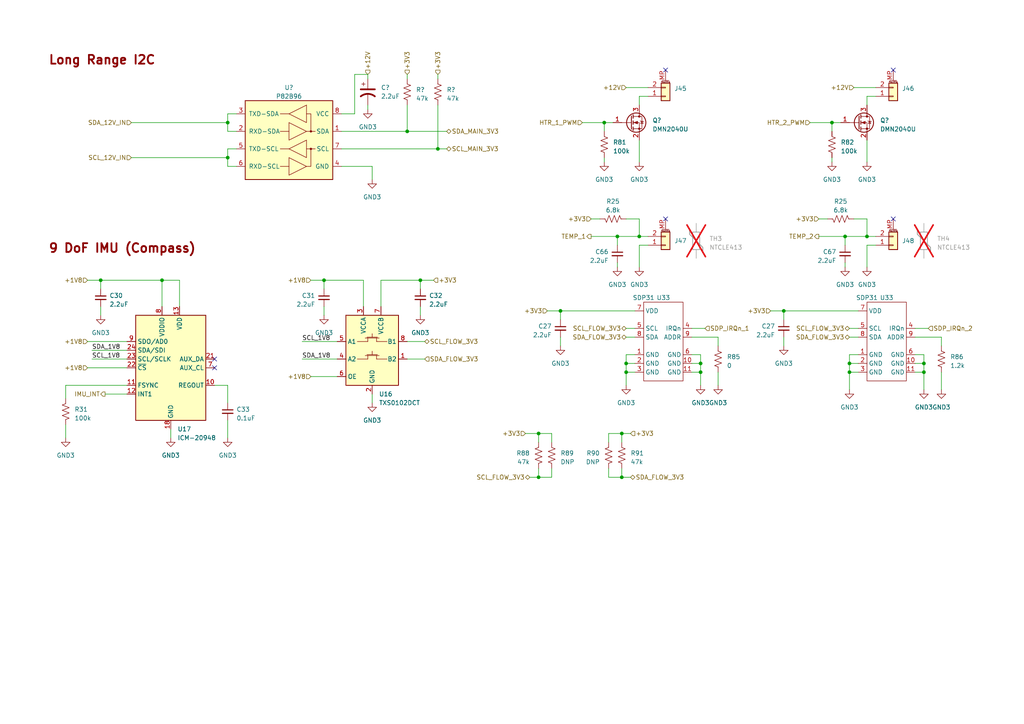
<source format=kicad_sch>
(kicad_sch (version 20230121) (generator eeschema)
  (paper "A4")
  (lib_symbols
    (symbol "Connector_Generic_MountingPin:Conn_01x02_MountingPin" (pin_names (offset 1.016) hide)
      (property "Reference" "J" (at 0 2.54 0))
      (property "Value" "Conn_01x02_MountingPin" (at 1.27 -5.08 0))
      (symbol "Conn_01x02_MountingPin_1_1"
        (rectangle (start -1.27 -2.413) (end 0 -2.667) (stroke (width 0.1524)))
        (rectangle (start -1.27 0.127) (end 0 -0.127) (stroke (width 0.1524)))
        (rectangle (start -1.27 1.27) (end 1.27 -3.81) (stroke (width 0.254)) (fill (type background)))
        (polyline (pts (xy -1.016 -4.572) (xy 1.016 -4.572)) (stroke (width 0.1524)))
        (text "Mounting" (at 0 -4.191 0) (effects (font (size 0.381 0.381))))
        (pin passive line (at -5.08 0 0) (length 3.81) (name "Pin_1") (number "1"))
        (pin passive line (at -5.08 -2.54 0) (length 3.81) (name "Pin_2") (number "2"))
        (pin passive line (at 0 -7.62 90) (length 3.048) (name "MountPin") (number "MP"))
      )
    )
    (symbol "Device:C_Polarized_US" (pin_numbers hide) (pin_names (offset 0.254) hide)
      (property "Reference" "C" (at 0.635 2.54 0))
      (property "Value" "C_Polarized_US" (at 0.635 -2.54 0))
      (symbol "C_Polarized_US_0_1"
        (polyline (pts (xy -2.032 0.762) (xy 2.032 0.762)) (stroke (width 0.508)))
        (polyline (pts (xy -1.778 2.286) (xy -0.762 2.286)))
        (polyline (pts (xy -1.27 1.778) (xy -1.27 2.794)))
        (arc (start 2.032 -1.27) (mid 0 -0.5572) (end -2.032 -1.27) (stroke (width 0.508)))
      )
      (symbol "C_Polarized_US_1_1"
        (pin passive line (at 0 3.81 270) (length 2.794) (name "~") (number "1"))
        (pin passive line (at 0 -3.81 90) (length 3.302) (name "~") (number "2"))
      )
    )
    (symbol "Device:C_Small" (pin_numbers hide) (pin_names (offset 0.254) hide)
      (property "Reference" "C" (at 0.254 1.778 0))
      (property "Value" "C_Small" (at 0.254 -2.032 0))
      (symbol "C_Small_0_1"
        (polyline (pts (xy -1.524 -0.508) (xy 1.524 -0.508)) (stroke (width 0.3302)))
        (polyline (pts (xy -1.524 0.508) (xy 1.524 0.508)) (stroke (width 0.3048)))
      )
      (symbol "C_Small_1_1"
        (pin passive line (at 0 2.54 270) (length 2.032) (name "~") (number "1"))
        (pin passive line (at 0 -2.54 90) (length 2.032) (name "~") (number "2"))
      )
    )
    (symbol "Device:Q_NMOS_GSD" (pin_names (offset 0) hide)
      (property "Reference" "Q" (at 5.08 1.27 0))
      (property "Value" "Q_NMOS_GSD" (at 5.08 -1.27 0))
      (symbol "Q_NMOS_GSD_0_1"
        (polyline (pts (xy 0.254 0) (xy -2.54 0)))
        (polyline (pts (xy 0.254 1.905) (xy 0.254 -1.905)) (stroke (width 0.254)))
        (polyline (pts (xy 0.762 -1.27) (xy 0.762 -2.286)) (stroke (width 0.254)))
        (polyline (pts (xy 0.762 0.508) (xy 0.762 -0.508)) (stroke (width 0.254)))
        (polyline (pts (xy 0.762 2.286) (xy 0.762 1.27)) (stroke (width 0.254)))
        (polyline (pts (xy 2.54 2.54) (xy 2.54 1.778)))
        (polyline (pts (xy 2.54 -2.54) (xy 2.54 0) (xy 0.762 0)))
        (polyline (pts (xy 0.762 -1.778) (xy 3.302 -1.778) (xy 3.302 1.778) (xy 0.762 1.778)))
        (polyline (pts (xy 1.016 0) (xy 2.032 0.381) (xy 2.032 -0.381) (xy 1.016 0)) (fill (type outline)))
        (polyline (pts (xy 2.794 0.508) (xy 2.921 0.381) (xy 3.683 0.381) (xy 3.81 0.254)))
        (polyline (pts (xy 3.302 0.381) (xy 2.921 -0.254) (xy 3.683 -0.254) (xy 3.302 0.381)))
        (circle (center 1.651 0) (radius 2.794) (stroke (width 0.254)))
        (circle (center 2.54 -1.778) (radius 0.254) (fill (type outline)))
        (circle (center 2.54 1.778) (radius 0.254) (fill (type outline)))
      )
      (symbol "Q_NMOS_GSD_1_1"
        (pin input line (at -5.08 0 0) (length 2.54) (name "G") (number "1"))
        (pin passive line (at 2.54 -5.08 90) (length 2.54) (name "S") (number "2"))
        (pin passive line (at 2.54 5.08 270) (length 2.54) (name "D") (number "3"))
      )
    )
    (symbol "Device:R_US" (pin_numbers hide) (pin_names (offset 0))
      (property "Reference" "R" (at 2.54 0 90))
      (property "Value" "R_US" (at -2.54 0 90))
      (symbol "R_US_0_1"
        (polyline (pts (xy 0 -2.286) (xy 0 -2.54)))
        (polyline (pts (xy 0 2.286) (xy 0 2.54)))
        (polyline (pts (xy 0 -0.762) (xy 1.016 -1.143) (xy 0 -1.524) (xy -1.016 -1.905) (xy 0 -2.286)))
        (polyline (pts (xy 0 0.762) (xy 1.016 0.381) (xy 0 0) (xy -1.016 -0.381) (xy 0 -0.762)))
        (polyline (pts (xy 0 2.286) (xy 1.016 1.905) (xy 0 1.524) (xy -1.016 1.143) (xy 0 0.762)))
      )
      (symbol "R_US_1_1"
        (pin passive line (at 0 3.81 270) (length 1.27) (name "~") (number "1"))
        (pin passive line (at 0 -3.81 90) (length 1.27) (name "~") (number "2"))
      )
    )
    (symbol "Device:Thermistor" (pin_numbers hide) (pin_names (offset 0))
      (property "Reference" "TH" (at 2.54 1.27 90))
      (property "Value" "Thermistor" (at -2.54 0 90))
      (symbol "Thermistor_0_1"
        (rectangle (start -1.016 2.54) (end 1.016 -2.54) (stroke (width 0.2032)))
        (polyline (pts (xy -1.905 3.175) (xy -1.905 1.905) (xy 1.905 -1.905) (xy 1.905 -3.175) (xy 1.905 -3.175)) (stroke (width 0.254)))
      )
      (symbol "Thermistor_1_1"
        (pin passive line (at 0 5.08 270) (length 2.54) (name "~") (number "1"))
        (pin passive line (at 0 -5.08 90) (length 2.54) (name "~") (number "2"))
      )
    )
    (symbol "Interface_Expansion:P82B96" (pin_names (offset 1.016))
      (property "Reference" "U" (at -12.7 12.7 0))
      (property "Value" "P82B96" (at 5.08 12.7 0))
      (symbol "P82B96_0_1"
        (rectangle (start -12.7 11.43) (end 12.7 -11.43) (stroke (width 0.254)) (fill (type background)))
        (circle (center -6.35 -2.54) (radius 0.127))
        (circle (center -6.35 -2.54) (radius 0.254))
        (circle (center -6.35 2.54) (radius 0.127))
        (circle (center -6.35 2.54) (radius 0.254))
        (polyline (pts (xy -5.08 -2.54) (xy -7.62 -2.54)))
        (polyline (pts (xy 0 -7.62) (xy 2.54 -7.62)))
        (polyline (pts (xy 0 -2.54) (xy 2.54 -2.54)))
        (polyline (pts (xy -5.08 -7.62) (xy -6.35 -7.62) (xy -6.35 -2.54)))
        (polyline (pts (xy -5.08 2.54) (xy -7.62 2.54) (xy -7.62 2.54)))
        (polyline (pts (xy 0 7.62) (xy 2.54 7.62) (xy 2.54 7.62)))
        (polyline (pts (xy 2.54 2.54) (xy 0 2.54) (xy 0 2.54)))
        (polyline (pts (xy -6.35 2.54) (xy -6.35 7.62) (xy -5.08 7.62) (xy -5.08 7.62)))
        (polyline (pts (xy -5.08 0) (xy -5.08 -5.08) (xy 0 -2.54) (xy -5.08 0) (xy -5.08 0)))
        (polyline (pts (xy -5.08 10.16) (xy -5.08 5.08) (xy 0 7.62) (xy -5.08 10.16) (xy -5.08 10.16)))
        (polyline (pts (xy 0 -5.08) (xy -5.08 -7.62) (xy 0 -10.16) (xy 0 -5.08) (xy 0 -5.08)))
        (polyline (pts (xy 0 5.08) (xy -5.08 2.54) (xy 0 0) (xy 0 5.08) (xy 0 5.08)))
      )
      (symbol "P82B96_1_1"
        (pin bidirectional line (at -15.24 2.54 0) (length 2.54) (name "SDA") (number "1"))
        (pin input line (at 15.24 2.54 180) (length 2.54) (name "RXD-SDA") (number "2"))
        (pin output line (at 15.24 7.62 180) (length 2.54) (name "TXD-SDA") (number "3"))
        (pin power_in line (at -15.24 -7.62 0) (length 2.54) (name "GND") (number "4"))
        (pin output line (at 15.24 -2.54 180) (length 2.54) (name "TXD-SCL") (number "5"))
        (pin input line (at 15.24 -7.62 180) (length 2.54) (name "RXD-SCL") (number "6"))
        (pin bidirectional line (at -15.24 -2.54 0) (length 2.54) (name "SCL") (number "7"))
        (pin power_in line (at -15.24 7.62 0) (length 2.54) (name "VCC") (number "8"))
      )
    )
    (symbol "Logic_LevelTranslator:TXS0102DCT"
      (property "Reference" "U" (at -6.35 11.43 0))
      (property "Value" "TXS0102DCT" (at 3.81 11.43 0))
      (symbol "TXS0102DCT_0_1"
        (rectangle (start -7.62 10.16) (end 7.62 -10.16) (stroke (width 0.254)) (fill (type background)))
        (polyline (pts (xy -4.318 -2.54) (xy -1.27 -2.54)))
        (polyline (pts (xy -2.032 -1.524) (xy 2.032 -1.524)))
        (polyline (pts (xy -1.524 -1.27) (xy 1.524 -1.27)))
        (polyline (pts (xy -1.27 -2.54) (xy -1.27 -1.524)))
        (polyline (pts (xy 0 -1.27) (xy 0 -0.254)))
        (polyline (pts (xy 1.27 -2.54) (xy 1.27 -1.524)))
        (polyline (pts (xy 4.318 -2.54) (xy 1.27 -2.54)))
      )
      (symbol "TXS0102DCT_1_1"
        (polyline (pts (xy -4.318 2.54) (xy -1.27 2.54)))
        (polyline (pts (xy -2.032 3.556) (xy 2.032 3.556)))
        (polyline (pts (xy -1.524 3.81) (xy 1.524 3.81)))
        (polyline (pts (xy -1.27 2.54) (xy -1.27 3.556)))
        (polyline (pts (xy 0 3.81) (xy 0 4.826)))
        (polyline (pts (xy 1.27 2.54) (xy 1.27 3.556)))
        (polyline (pts (xy 4.318 2.54) (xy 1.27 2.54)))
        (pin bidirectional line (at 10.16 -2.54 180) (length 2.54) (name "B2") (number "1"))
        (pin power_in line (at 0 -12.7 90) (length 2.54) (name "GND") (number "2"))
        (pin power_in line (at -2.54 12.7 270) (length 2.54) (name "VCCA") (number "3"))
        (pin bidirectional line (at -10.16 -2.54 0) (length 2.54) (name "A2") (number "4"))
        (pin bidirectional line (at -10.16 2.54 0) (length 2.54) (name "A1") (number "5"))
        (pin input line (at -10.16 -7.62 0) (length 2.54) (name "OE") (number "6"))
        (pin power_in line (at 2.54 12.7 270) (length 2.54) (name "VCCB") (number "7"))
        (pin bidirectional line (at 10.16 2.54 180) (length 2.54) (name "B1") (number "8"))
      )
    )
    (symbol "Rumission:SDP31"
      (property "Reference" "U" (at 0 0 0))
      (symbol "SDP31_0_1"
        (rectangle (start 0 -1.27) (end 11.43 -24.13))
      )
      (symbol "SDP31_1_1"
        (pin power_out line (at -2.54 -16.51 0) (length 2.54) (name "GND") (number "1"))
        (pin power_out line (at 13.97 -19.05 180) (length 2.54) (name "GND") (number "10"))
        (pin power_out line (at 13.97 -21.59 180) (length 2.54) (name "GND") (number "11"))
        (pin no_connect line (at 13.97 -3.81 180) (length 2.54) hide (name "NC") (number "12"))
        (pin no_connect line (at 13.97 -3.81 180) (length 2.54) hide (name "NC") (number "13"))
        (pin no_connect line (at 13.97 -3.81 180) (length 2.54) hide (name "NC") (number "14"))
        (pin no_connect line (at 13.97 -3.81 180) (length 2.54) hide (name "NC") (number "15"))
        (pin no_connect line (at 13.97 -3.81 180) (length 2.54) hide (name "NC") (number "16"))
        (pin power_out line (at -2.54 -19.05 0) (length 2.54) (name "GND") (number "2"))
        (pin power_out line (at -2.54 -21.59 0) (length 2.54) (name "GND") (number "3"))
        (pin output line (at 13.97 -8.89 180) (length 2.54) (name "IRQn") (number "4"))
        (pin input line (at -2.54 -8.89 0) (length 2.54) (name "SCL") (number "5"))
        (pin power_out line (at 13.97 -16.51 180) (length 2.54) (name "GND") (number "6"))
        (pin power_in line (at -2.54 -3.81 0) (length 2.54) (name "VDD") (number "7"))
        (pin bidirectional line (at -2.54 -11.43 0) (length 2.54) (name "SDA") (number "8"))
        (pin input line (at 13.97 -11.43 180) (length 2.54) (name "ADDR") (number "9"))
      )
    )
    (symbol "Sensor_Motion:ICM-20948"
      (property "Reference" "U" (at -11.43 16.51 0))
      (property "Value" "ICM-20948" (at 7.62 -16.51 0))
      (symbol "ICM-20948_0_1"
        (rectangle (start -10.16 15.24) (end 10.16 -15.24) (stroke (width 0.254)) (fill (type background)))
      )
      (symbol "ICM-20948_1_1"
        (pin no_connect line (at -10.16 12.7 0) (length 2.54) hide (name "NC") (number "1"))
        (pin passive line (at 12.7 -5.08 180) (length 2.54) (name "REGOUT") (number "10"))
        (pin input line (at -12.7 -5.08 0) (length 2.54) (name "FSYNC") (number "11"))
        (pin output line (at -12.7 -7.62 0) (length 2.54) (name "INT1") (number "12"))
        (pin power_in line (at 2.54 17.78 270) (length 2.54) (name "VDD") (number "13"))
        (pin no_connect line (at 10.16 7.62 180) (length 2.54) hide (name "NC") (number "14"))
        (pin no_connect line (at 10.16 5.08 180) (length 2.54) hide (name "NC") (number "15"))
        (pin no_connect line (at 10.16 -7.62 180) (length 2.54) hide (name "NC") (number "16"))
        (pin no_connect line (at 10.16 -10.16 180) (length 2.54) hide (name "NC") (number "17"))
        (pin power_in line (at 0 -17.78 90) (length 2.54) (name "GND") (number "18"))
        (pin no_connect line (at 10.16 -12.7 180) (length 2.54) hide (name "RESV") (number "19"))
        (pin no_connect line (at -10.16 10.16 0) (length 2.54) hide (name "NC") (number "2"))
        (pin passive line (at 0 -17.78 90) (length 2.54) hide (name "GND") (number "20"))
        (pin bidirectional line (at 12.7 2.54 180) (length 2.54) (name "AUX_DA") (number "21"))
        (pin input line (at -12.7 0 0) (length 2.54) (name "~{CS}") (number "22"))
        (pin input line (at -12.7 2.54 0) (length 2.54) (name "SCL/SCLK") (number "23"))
        (pin bidirectional line (at -12.7 5.08 0) (length 2.54) (name "SDA/SDI") (number "24"))
        (pin no_connect line (at -10.16 -2.54 0) (length 2.54) hide (name "NC") (number "3"))
        (pin no_connect line (at -10.16 -10.16 0) (length 2.54) hide (name "NC") (number "4"))
        (pin no_connect line (at -10.16 -12.7 0) (length 2.54) hide (name "NC") (number "5"))
        (pin no_connect line (at 10.16 10.16 180) (length 2.54) hide (name "NC") (number "6"))
        (pin output line (at 12.7 0 180) (length 2.54) (name "AUX_CL") (number "7"))
        (pin power_in line (at -2.54 17.78 270) (length 2.54) (name "VDDIO") (number "8"))
        (pin bidirectional line (at -12.7 7.62 0) (length 2.54) (name "SDO/AD0") (number "9"))
      )
    )
    (symbol "power:GND3" (power) (pin_names (offset 0))
      (property "Value" "GND3" (at 0 -3.81 0))
      (symbol "GND3_0_1"
        (polyline (pts (xy 0 0) (xy 0 -1.27) (xy 1.27 -1.27) (xy 0 -2.54) (xy -1.27 -1.27) (xy 0 -1.27)))
      )
      (symbol "GND3_1_1"
        (pin power_in line (at 0 0 270) (length 0) hide (name "GND3") (number "1"))
      )
    )
  )
  (junction (at 185.42 68.58))
  (junction (at 118.11 38.1))
  (junction (at 181.61 107.95))
  (junction (at 246.38 105.41))
  (junction (at 180.34 125.73))
  (junction (at 156.21 125.73))
  (junction (at 46.99 81.28))
  (junction (at 227.33 90.17))
  (junction (at 179.07 68.58))
  (junction (at 175.26 35.56))
  (junction (at 203.2 105.41))
  (junction (at 267.97 105.41))
  (junction (at 203.2 107.95))
  (junction (at 121.92 81.28))
  (junction (at 156.21 138.43))
  (junction (at 180.34 138.43))
  (junction (at 181.61 105.41))
  (junction (at 66.04 35.56))
  (junction (at 245.11 68.58))
  (junction (at 246.38 107.95))
  (junction (at 241.3 35.56))
  (junction (at 267.97 107.95))
  (junction (at 93.98 81.28))
  (junction (at 162.56 90.17))
  (junction (at 127 43.18))
  (junction (at 251.46 68.58))
  (junction (at 66.04 45.72))
  (junction (at 29.21 81.28))
  (no_connect (at 259.08 20.32))
  (no_connect (at 259.08 63.5))
  (no_connect (at 193.04 20.32))
  (no_connect (at 62.23 106.68))
  (no_connect (at 193.04 63.5))
  (no_connect (at 62.23 104.14))
  (wire (pts (xy 66.04 111.76) (xy 66.04 116.84)))
  (wire (pts (xy 52.07 81.28) (xy 46.99 81.28)))
  (wire (pts (xy 99.06 48.26) (xy 107.95 48.26)))
  (wire (pts (xy 118.11 104.14) (xy 123.19 104.14)))
  (wire (pts (xy 125.73 81.28) (xy 121.92 81.28)))
  (wire (pts (xy 185.42 68.58) (xy 187.96 68.58)))
  (wire (pts (xy 245.11 68.58) (xy 245.11 71.12)))
  (wire (pts (xy 152.4 125.73) (xy 156.21 125.73)))
  (wire (pts (xy 265.43 102.87) (xy 267.97 102.87)))
  (wire (pts (xy 26.67 101.6) (xy 36.83 101.6)))
  (wire (pts (xy 181.61 25.4) (xy 187.96 25.4)))
  (wire (pts (xy 121.92 88.9) (xy 121.92 91.44)))
  (wire (pts (xy 251.46 27.94) (xy 254 27.94)))
  (wire (pts (xy 246.38 107.95) (xy 246.38 105.41)))
  (wire (pts (xy 107.95 48.26) (xy 107.95 52.07)))
  (wire (pts (xy 87.63 99.06) (xy 97.79 99.06)))
  (wire (pts (xy 180.34 138.43) (xy 182.88 138.43)))
  (wire (pts (xy 181.61 97.79) (xy 184.15 97.79)))
  (wire (pts (xy 66.04 48.26) (xy 68.58 48.26)))
  (wire (pts (xy 156.21 138.43) (xy 156.21 135.89)))
  (wire (pts (xy 153.67 138.43) (xy 156.21 138.43)))
  (wire (pts (xy 19.05 123.19) (xy 19.05 127)))
  (wire (pts (xy 66.04 33.02) (xy 68.58 33.02)))
  (wire (pts (xy 30.48 114.3) (xy 36.83 114.3)))
  (wire (pts (xy 181.61 111.76) (xy 181.61 107.95)))
  (wire (pts (xy 127 43.18) (xy 129.54 43.18)))
  (wire (pts (xy 102.87 21.59) (xy 106.68 21.59)))
  (wire (pts (xy 52.07 88.9) (xy 52.07 81.28)))
  (wire (pts (xy 127 21.59) (xy 127 22.86)))
  (wire (pts (xy 251.46 71.12) (xy 254 71.12)))
  (wire (pts (xy 251.46 63.5) (xy 251.46 68.58)))
  (wire (pts (xy 176.53 128.27) (xy 176.53 125.73)))
  (wire (pts (xy 160.02 125.73) (xy 156.21 125.73)))
  (wire (pts (xy 208.28 107.95) (xy 208.28 111.76)))
  (wire (pts (xy 185.42 40.64) (xy 185.42 46.99)))
  (wire (pts (xy 241.3 45.72) (xy 241.3 46.99)))
  (wire (pts (xy 110.49 88.9) (xy 110.49 81.28)))
  (wire (pts (xy 46.99 81.28) (xy 29.21 81.28)))
  (wire (pts (xy 181.61 107.95) (xy 181.61 105.41)))
  (wire (pts (xy 223.52 90.17) (xy 227.33 90.17)))
  (wire (pts (xy 118.11 30.48) (xy 118.11 38.1)))
  (wire (pts (xy 246.38 95.25) (xy 248.92 95.25)))
  (wire (pts (xy 19.05 111.76) (xy 36.83 111.76)))
  (wire (pts (xy 171.45 63.5) (xy 173.99 63.5)))
  (wire (pts (xy 246.38 102.87) (xy 248.92 102.87)))
  (wire (pts (xy 185.42 27.94) (xy 187.96 27.94)))
  (wire (pts (xy 251.46 30.48) (xy 251.46 27.94)))
  (wire (pts (xy 93.98 88.9) (xy 93.98 91.44)))
  (wire (pts (xy 200.66 97.79) (xy 208.28 97.79)))
  (wire (pts (xy 181.61 95.25) (xy 184.15 95.25)))
  (wire (pts (xy 200.66 105.41) (xy 203.2 105.41)))
  (wire (pts (xy 241.3 38.1) (xy 241.3 35.56)))
  (wire (pts (xy 176.53 125.73) (xy 180.34 125.73)))
  (wire (pts (xy 106.68 30.48) (xy 106.68 31.75)))
  (wire (pts (xy 38.1 35.56) (xy 66.04 35.56)))
  (wire (pts (xy 106.68 21.59) (xy 106.68 22.86)))
  (wire (pts (xy 99.06 33.02) (xy 102.87 33.02)))
  (wire (pts (xy 175.26 38.1) (xy 175.26 35.56)))
  (wire (pts (xy 179.07 68.58) (xy 185.42 68.58)))
  (wire (pts (xy 245.11 68.58) (xy 251.46 68.58)))
  (wire (pts (xy 251.46 68.58) (xy 254 68.58)))
  (wire (pts (xy 66.04 121.92) (xy 66.04 127)))
  (wire (pts (xy 160.02 135.89) (xy 160.02 138.43)))
  (wire (pts (xy 107.95 114.3) (xy 107.95 116.84)))
  (wire (pts (xy 162.56 97.79) (xy 162.56 100.33)))
  (wire (pts (xy 176.53 135.89) (xy 176.53 138.43)))
  (wire (pts (xy 168.91 35.56) (xy 175.26 35.56)))
  (wire (pts (xy 66.04 35.56) (xy 66.04 38.1)))
  (wire (pts (xy 175.26 35.56) (xy 177.8 35.56)))
  (wire (pts (xy 25.4 106.68) (xy 36.83 106.68)))
  (wire (pts (xy 181.61 105.41) (xy 181.61 102.87)))
  (wire (pts (xy 118.11 99.06) (xy 123.19 99.06)))
  (wire (pts (xy 245.11 76.2) (xy 245.11 77.47)))
  (wire (pts (xy 68.58 43.18) (xy 66.04 43.18)))
  (wire (pts (xy 246.38 107.95) (xy 248.92 107.95)))
  (wire (pts (xy 181.61 107.95) (xy 184.15 107.95)))
  (wire (pts (xy 162.56 92.71) (xy 162.56 90.17)))
  (wire (pts (xy 251.46 40.64) (xy 251.46 46.99)))
  (wire (pts (xy 237.49 68.58) (xy 245.11 68.58)))
  (wire (pts (xy 181.61 63.5) (xy 185.42 63.5)))
  (wire (pts (xy 267.97 107.95) (xy 265.43 107.95)))
  (wire (pts (xy 90.17 109.22) (xy 97.79 109.22)))
  (wire (pts (xy 49.53 124.46) (xy 49.53 127)))
  (wire (pts (xy 105.41 88.9) (xy 105.41 81.28)))
  (wire (pts (xy 26.67 104.14) (xy 36.83 104.14)))
  (wire (pts (xy 246.38 113.03) (xy 246.38 107.95)))
  (wire (pts (xy 179.07 68.58) (xy 179.07 71.12)))
  (wire (pts (xy 237.49 63.5) (xy 240.03 63.5)))
  (wire (pts (xy 110.49 81.28) (xy 121.92 81.28)))
  (wire (pts (xy 185.42 77.47) (xy 185.42 71.12)))
  (wire (pts (xy 105.41 81.28) (xy 93.98 81.28)))
  (wire (pts (xy 156.21 125.73) (xy 156.21 128.27)))
  (wire (pts (xy 90.17 81.28) (xy 93.98 81.28)))
  (wire (pts (xy 267.97 113.03) (xy 267.97 107.95)))
  (wire (pts (xy 246.38 105.41) (xy 248.92 105.41)))
  (wire (pts (xy 176.53 138.43) (xy 180.34 138.43)))
  (wire (pts (xy 203.2 107.95) (xy 203.2 111.76)))
  (wire (pts (xy 19.05 115.57) (xy 19.05 111.76)))
  (wire (pts (xy 160.02 138.43) (xy 156.21 138.43)))
  (wire (pts (xy 99.06 43.18) (xy 127 43.18)))
  (wire (pts (xy 241.3 35.56) (xy 243.84 35.56)))
  (wire (pts (xy 160.02 128.27) (xy 160.02 125.73)))
  (wire (pts (xy 227.33 92.71) (xy 227.33 90.17)))
  (wire (pts (xy 246.38 97.79) (xy 248.92 97.79)))
  (wire (pts (xy 93.98 81.28) (xy 93.98 83.82)))
  (wire (pts (xy 66.04 45.72) (xy 66.04 48.26)))
  (wire (pts (xy 29.21 88.9) (xy 29.21 91.44)))
  (wire (pts (xy 227.33 90.17) (xy 248.92 90.17)))
  (wire (pts (xy 227.33 97.79) (xy 227.33 100.33)))
  (wire (pts (xy 247.65 63.5) (xy 251.46 63.5)))
  (wire (pts (xy 180.34 125.73) (xy 180.34 128.27)))
  (wire (pts (xy 265.43 95.25) (xy 269.24 95.25)))
  (wire (pts (xy 185.42 30.48) (xy 185.42 27.94)))
  (wire (pts (xy 162.56 90.17) (xy 184.15 90.17)))
  (wire (pts (xy 267.97 105.41) (xy 267.97 107.95)))
  (wire (pts (xy 46.99 88.9) (xy 46.99 81.28)))
  (wire (pts (xy 200.66 95.25) (xy 204.47 95.25)))
  (wire (pts (xy 265.43 105.41) (xy 267.97 105.41)))
  (wire (pts (xy 273.05 107.95) (xy 273.05 113.03)))
  (wire (pts (xy 38.1 45.72) (xy 66.04 45.72)))
  (wire (pts (xy 29.21 81.28) (xy 29.21 83.82)))
  (wire (pts (xy 185.42 63.5) (xy 185.42 68.58)))
  (wire (pts (xy 180.34 125.73) (xy 182.88 125.73)))
  (wire (pts (xy 234.95 35.56) (xy 241.3 35.56)))
  (wire (pts (xy 246.38 105.41) (xy 246.38 102.87)))
  (wire (pts (xy 25.4 81.28) (xy 29.21 81.28)))
  (wire (pts (xy 179.07 76.2) (xy 179.07 77.47)))
  (wire (pts (xy 208.28 100.33) (xy 208.28 97.79)))
  (wire (pts (xy 121.92 81.28) (xy 121.92 83.82)))
  (wire (pts (xy 273.05 97.79) (xy 273.05 100.33)))
  (wire (pts (xy 181.61 102.87) (xy 184.15 102.87)))
  (wire (pts (xy 87.63 104.14) (xy 97.79 104.14)))
  (wire (pts (xy 175.26 45.72) (xy 175.26 46.99)))
  (wire (pts (xy 99.06 38.1) (xy 118.11 38.1)))
  (wire (pts (xy 25.4 99.06) (xy 36.83 99.06)))
  (wire (pts (xy 118.11 38.1) (xy 129.54 38.1)))
  (wire (pts (xy 158.75 90.17) (xy 162.56 90.17)))
  (wire (pts (xy 203.2 102.87) (xy 203.2 105.41)))
  (wire (pts (xy 118.11 21.59) (xy 118.11 22.86)))
  (wire (pts (xy 102.87 33.02) (xy 102.87 21.59)))
  (wire (pts (xy 62.23 111.76) (xy 66.04 111.76)))
  (wire (pts (xy 185.42 71.12) (xy 187.96 71.12)))
  (wire (pts (xy 267.97 102.87) (xy 267.97 105.41)))
  (wire (pts (xy 171.45 68.58) (xy 179.07 68.58)))
  (wire (pts (xy 200.66 102.87) (xy 203.2 102.87)))
  (wire (pts (xy 203.2 105.41) (xy 203.2 107.95)))
  (wire (pts (xy 181.61 105.41) (xy 184.15 105.41)))
  (wire (pts (xy 66.04 33.02) (xy 66.04 35.56)))
  (wire (pts (xy 200.66 107.95) (xy 203.2 107.95)))
  (wire (pts (xy 66.04 43.18) (xy 66.04 45.72)))
  (wire (pts (xy 265.43 97.79) (xy 273.05 97.79)))
  (wire (pts (xy 180.34 135.89) (xy 180.34 138.43)))
  (wire (pts (xy 247.65 25.4) (xy 254 25.4)))
  (wire (pts (xy 251.46 77.47) (xy 251.46 71.12)))
  (wire (pts (xy 68.58 38.1) (xy 66.04 38.1)))
  (wire (pts (xy 127 30.48) (xy 127 43.18)))
  (text "Long Range I2C" (at 13.97 19.05 0) (effects (font (size 2.54 2.54) (thickness 0.508) bold) (justify left bottom)))
  (text "9 DoF IMU (Compass)" (at 13.97 73.66 0) (effects (font (size 2.54 2.54) (thickness 0.508) bold) (justify left bottom)))
  (label "SDA_1V8" (at 87.63 104.14 0))
  (label "SCL_1V8" (at 87.63 99.06 0))
  (label "SDA_1V8" (at 26.67 101.6 0))
  (label "SCL_1V8" (at 26.67 104.14 0))
  (hierarchical_label "+3V3" (shape input) (at 118.11 21.59 90))
  (hierarchical_label "+1V8" (shape input) (at 25.4 99.06 180))
  (hierarchical_label "IMU_INT" (shape output) (at 30.48 114.3 180))
  (hierarchical_label "+12V" (shape input) (at 106.68 21.59 90))
  (hierarchical_label "+3V3" (shape input) (at 171.45 63.5 180))
  (hierarchical_label "TEMP_1" (shape output) (at 171.45 68.58 180))
  (hierarchical_label "+1V8" (shape input) (at 90.17 109.22 180))
  (hierarchical_label "+1V8" (shape input) (at 90.17 81.28 180))
  (hierarchical_label "+3V3" (shape input) (at 152.4 125.73 180))
  (hierarchical_label "SDA_FLOW_3V3" (shape input) (at 123.19 104.14 0))
  (hierarchical_label "SDA_FLOW_3V3" (shape bidirectional) (at 246.38 97.79 180))
  (hierarchical_label "SDA_12V_IN" (shape input) (at 38.1 35.56 180))
  (hierarchical_label "SDA_FLOW_3V3" (shape bidirectional) (at 182.88 138.43 0))
  (hierarchical_label "HTR_2_PWM" (shape input) (at 234.95 35.56 180))
  (hierarchical_label "+1V8" (shape input) (at 25.4 81.28 180))
  (hierarchical_label "+3V3" (shape input) (at 127 21.59 90))
  (hierarchical_label "SDP_IRQn_1" (shape input) (at 204.47 95.25 0))
  (hierarchical_label "+1V8" (shape input) (at 25.4 106.68 180))
  (hierarchical_label "+3V3" (shape input) (at 125.73 81.28 0))
  (hierarchical_label "+12V" (shape input) (at 181.61 25.4 180))
  (hierarchical_label "SDA_FLOW_3V3" (shape bidirectional) (at 181.61 97.79 180))
  (hierarchical_label "SCL_12V_IN" (shape input) (at 38.1 45.72 180))
  (hierarchical_label "+3V3" (shape input) (at 182.88 125.73 0))
  (hierarchical_label "+3V3" (shape input) (at 237.49 63.5 180))
  (hierarchical_label "+3V3" (shape input) (at 158.75 90.17 180))
  (hierarchical_label "SCL_FLOW_3V3" (shape bidirectional) (at 181.61 95.25 180))
  (hierarchical_label "SCL_FLOW_3V3" (shape bidirectional) (at 123.19 99.06 0))
  (hierarchical_label "TEMP_2" (shape output) (at 237.49 68.58 180))
  (hierarchical_label "SCL_FLOW_3V3" (shape bidirectional) (at 246.38 95.25 180))
  (hierarchical_label "SCL_MAIN_3V3" (shape bidirectional) (at 129.54 43.18 0))
  (hierarchical_label "SCL_FLOW_3V3" (shape bidirectional) (at 153.67 138.43 180))
  (hierarchical_label "SDP_IRQn_2" (shape input) (at 269.24 95.25 0))
  (hierarchical_label "+12V" (shape input) (at 247.65 25.4 180))
  (hierarchical_label "SDA_MAIN_3V3" (shape bidirectional) (at 129.54 38.1 0))
  (hierarchical_label "HTR_1_PWM" (shape input) (at 168.91 35.56 180))
  (hierarchical_label "+3V3" (shape input) (at 223.52 90.17 180))
  (symbol (lib_id "Device:R_US") (at 19.05 119.38 0) (mirror y) (unit 1)
    (property "Reference" "R31" (at 21.59 118.745 0) (effects (justify right)))
    (property "Value" "100k" (at 21.59 121.285 0) (effects (justify right)))
    (property "Footprint" "Resistor_SMD:R_1206_3216Metric_Pad1.30x1.75mm_HandSolder" (effects hide))
    (property "Datasheet" "https://www.yageo.com/upload/media/product/productsearch/datasheet/rchip/PYu-RC_Group_51_RoHS_L_12.pdf" (effects hide))
    (property "DigiKey PN" "311-100KFRCT-ND" (effects hide))
    (property "MPN" "RC1206FR-07100KL" (effects hide))
    (property "Manufacturer" "YAGEO" (effects hide))
    (instances (project "dboards-02" (path "" (reference "R31") (unit 1)) (path "" (reference "R87") (unit 1))))
  )
  (symbol (lib_id "power:GND3") (at 93.98 91.44 0) (unit 1)
    (property "Reference" "#PWR0221" (effects hide))
    (property "Value" "GND3" (at 93.98 96.52 0))
  )
  (symbol (lib_id "Device:C_Small") (at 245.11 73.66 0) (mirror y) (unit 1)
    (property "Reference" "C67" (at 242.57 73.0313 0) (effects (justify left)))
    (property "Value" "2.2uF" (at 242.57 75.5713 0) (effects (justify left)))
    (property "Footprint" "Capacitor_SMD:C_0805_2012Metric_Pad1.18x1.45mm_HandSolder" (effects hide))
    (property "Datasheet" "https://media.digikey.com/pdf/Data%20Sheets/Samsung%20PDFs/CL21B225KPFNNNE_Spec.pdf" (effects hide))
    (property "DigiKey PN" "1276-1188-1-ND" (effects hide))
    (property "MPN" "CL21B225KPFNNNE" (effects hide))
    (property "Manufacturer" "Samsung Electro-Mechanics" (effects hide))
  )
  (symbol (lib_id "Logic_LevelTranslator:TXS0102DCT") (at 107.95 101.6 0) (unit 1)
    (property "Reference" "U16" (at 109.9059 114.3 0) (effects (justify left)))
    (property "Value" "TXS0102DCT" (at 109.9059 116.84 0) (effects (justify left)))
    (property "Footprint" "Package_SO:SSOP-8_2.95x2.8mm_P0.65mm" (effects hide))
    (property "Datasheet" "http://www.ti.com/lit/gpn/txs0102" (effects hide))
    (property "DigiKey PN" "296-21978-1-ND" (effects hide))
    (property "MPN" "TXS0102DCTR" (effects hide))
    (property "Manufacturer" "Texas Instruments" (effects hide))
    (instances (project "dboards-02" (path "" (reference "U16") (unit 1)) (path "" (reference "U34") (unit 1))))
  )
  (symbol (lib_id "Device:R_US") (at 118.11 26.67 0) (unit 1)
    (property "Reference" "R?" (at 120.65 26.035 0) (effects (justify left)))
    (property "Value" "47k" (at 120.65 28.575 0) (effects (justify left)))
    (property "Footprint" "Resistor_SMD:R_1206_3216Metric_Pad1.30x1.75mm_HandSolder" (effects hide))
    (property "Datasheet" "https://www.yageo.com/upload/media/product/productsearch/datasheet/rchip/PYu-RC_Group_51_RoHS_L_12.pdf" (effects hide))
    (property "DigiKey PN" "311-47.0KFRCT-ND" (effects hide))
    (property "MPN" "RC1206FR-0747KL" (effects hide))
    (property "Manufacturer" "YAGEO" (effects hide))
    (instances (project "dboards" (path "" (reference "R?") (unit 1))) (project "dboards-02" (path "" (reference "R67") (unit 1)) (path "" (reference "R79") (unit 1))))
  )
  (symbol (lib_id "power:GND3") (at 179.07 77.47 0) (unit 1)
    (property "Reference" "#PWR0216" (effects hide))
    (property "Value" "GND3" (at 179.07 82.55 0))
  )
  (symbol (lib_id "Device:R_US") (at 180.34 132.08 0) (unit 1)
    (property "Reference" "R91" (at 182.88 131.445 0) (effects (justify left)))
    (property "Value" "47k" (at 182.88 133.985 0) (effects (justify left)))
    (property "Footprint" "Resistor_SMD:R_1206_3216Metric_Pad1.30x1.75mm_HandSolder" (effects hide))
    (property "Datasheet" "https://www.yageo.com/upload/media/product/productsearch/datasheet/rchip/PYu-RC_Group_51_RoHS_L_12.pdf" (effects hide))
    (property "DigiKey PN" "311-47.0KFRCT-ND" (effects hide))
    (property "MPN" "RC1206FR-0747KL" (effects hide))
    (property "Manufacturer" "YAGEO" (effects hide))
  )
  (symbol (lib_id "power:GND3") (at 273.05 113.03 0) (unit 1)
    (property "Reference" "#PWR0230" (effects hide))
    (property "Value" "GND3" (at 273.05 118.11 0))
  )
  (symbol (lib_id "Device:C_Small") (at 162.56 95.25 0) (mirror y) (unit 1)
    (property "Reference" "C27" (at 160.02 94.6213 0) (effects (justify left)))
    (property "Value" "2.2uF" (at 160.02 97.1613 0) (effects (justify left)))
    (property "Footprint" "Capacitor_SMD:C_0805_2012Metric_Pad1.18x1.45mm_HandSolder" (effects hide))
    (property "Datasheet" "https://media.digikey.com/pdf/Data%20Sheets/Samsung%20PDFs/CL21B225KPFNNNE_Spec.pdf" (effects hide))
    (property "DigiKey PN" "1276-1188-1-ND" (effects hide))
    (property "MPN" "CL21B225KPFNNNE" (effects hide))
    (property "Manufacturer" "Samsung Electro-Mechanics" (effects hide))
    (instances (project "dboards-02" (path "" (reference "C27") (unit 1)) (path "" (reference "C71") (unit 1))))
  )
  (symbol (lib_id "Device:R_US") (at 241.3 41.91 0) (unit 1)
    (property "Reference" "R82" (at 243.84 41.275 0) (effects (justify left)))
    (property "Value" "100k" (at 243.84 43.815 0) (effects (justify left)))
    (property "Footprint" "Resistor_SMD:R_0805_2012Metric_Pad1.20x1.40mm_HandSolder" (effects hide))
    (property "Datasheet" "https://www.yageo.com/upload/media/product/productsearch/datasheet/rchip/PYu-RC_Group_51_RoHS_L_12.pdf" (effects hide))
    (property "DigiKey PN" "311-100KCRCT-ND" (effects hide))
    (property "MPN" "RC0805FR-07100KL" (effects hide))
    (property "Manufacturer" "YAGEO" (effects hide))
  )
  (symbol (lib_id "Sensor_Motion:ICM-20948") (at 49.53 106.68 0) (unit 1)
    (property "Reference" "U17" (at 51.4859 124.46 0) (effects (justify left)))
    (property "Value" "ICM-20948" (at 51.4859 127 0) (effects (justify left)))
    (property "Footprint" "Sensor_Motion:InvenSense_QFN-24_3x3mm_P0.4mm" (effects hide))
    (property "Datasheet" "http://www.invensense.com/wp-content/uploads/2016/06/DS-000189-ICM-20948-v1.3.pdf" (effects hide))
    (property "DigiKey PN" "1428-1123-1-ND" (effects hide))
    (property "MPN" "ICM-20948" (effects hide))
    (property "Manufacturer" "TDK InvenSense" (effects hide))
    (instances (project "dboards-02" (path "" (reference "U17") (unit 1)) (path "" (reference "U35") (unit 1))))
  )
  (symbol (lib_id "Rumission:SDP31") (at 251.46 86.36 0) (unit 1)
    (property "Reference" "U33" (at 257.175 86.36 0))
    (property "Value" "SDP31" (at 251.46 86.36 0))
    (property "Footprint" "Rumission:SDP31" (effects hide))
    (property "Datasheet" "https://sensirion.com/media/documents/4D045D69/6375F34F/DP_DS_SDP3x_digital_D1.pdf" (effects hide))
    (property "DigiKey PN" "D5V0F4U6SO-7DICT-ND" (effects hide))
  )
  (symbol (lib_id "power:GND3") (at 185.42 77.47 0) (unit 1)
    (property "Reference" "#PWR0217" (effects hide))
    (property "Value" "GND3" (at 185.42 82.55 0))
  )
  (symbol (lib_id "Rumission:SDP31") (at 186.69 86.36 0) (unit 1)
    (property "Reference" "U33" (at 192.405 86.36 0))
    (property "Value" "SDP31" (at 186.69 86.36 0))
    (property "Footprint" "Rumission:SDP31" (effects hide))
    (property "Datasheet" "https://sensirion.com/media/documents/4D045D69/6375F34F/DP_DS_SDP3x_digital_D1.pdf" (effects hide))
    (property "DigiKey PN" "D5V0F4U6SO-7DICT-ND" (effects hide))
    (instances (project "dboards-02" (path "" (reference "U33") (unit 1)) (path "" (reference "U32") (unit 1))))
  )
  (symbol (lib_id "Connector_Generic_MountingPin:Conn_01x02_MountingPin") (at 259.08 71.12 0) (mirror x) (unit 1)
    (property "Reference" "J48" (at 261.62 69.85 0) (effects (justify left)))
    (property "Value" "Conn_01x02_MountingPin" (effects hide))
    (property "Footprint" "Connector_JST:JST_XH_B2B-XH-AM_1x02_P2.50mm_Vertical" (effects hide))
    (property "Datasheet" "https://www.jst-mfg.com/product/pdf/eng/eXH.pdf" (effects hide))
    (property "DigiKey PN" "455-2273-ND" (effects hide))
    (property "MPN" "B2B-XH-AM(LF)(SN)" (effects hide))
    (property "Manufacturer" "JST Sales America Inc." (effects hide))
  )
  (symbol (lib_id "Device:R_US") (at 160.02 132.08 0) (unit 1)
    (property "Reference" "R89" (at 162.56 131.445 0) (effects (justify left)))
    (property "Value" "DNP" (at 162.56 133.985 0) (effects (justify left)))
    (property "Footprint" "Resistor_THT:R_Axial_DIN0207_L6.3mm_D2.5mm_P10.16mm_Horizontal" (effects hide))
  )
  (symbol (lib_id "Interface_Expansion:P82B96") (at 83.82 40.64 0) (mirror y) (unit 1)
    (property "Reference" "U?" (at 83.82 25.4 0))
    (property "Value" "P82B96" (at 83.82 27.94 0))
    (property "Footprint" "Package_SO:SOIC-8_3.9x4.9mm_P1.27mm" (effects hide))
    (property "Datasheet" "http://www.nxp.com/documents/data_sheet/P82B96.pdf" (effects hide))
    (property "DigiKey PN" "296-20942-1-ND" (effects hide))
    (property "MPN" "P82B96DR" (effects hide))
    (property "Manufacturer" "Texas Instruments" (effects hide))
    (instances (project "dboards" (path "" (reference "U?") (unit 1))) (project "dboards-02" (path "" (reference "U24") (unit 1)) (path "" (reference "U31") (unit 1))))
  )
  (symbol (lib_id "power:GND3") (at 203.2 111.76 0) (unit 1)
    (property "Reference" "#PWR0226" (effects hide))
    (property "Value" "GND3" (at 203.2 116.84 0))
  )
  (symbol (lib_id "Device:C_Small") (at 93.98 86.36 0) (mirror y) (unit 1)
    (property "Reference" "C31" (at 91.44 85.7313 0) (effects (justify left)))
    (property "Value" "2.2uF" (at 91.44 88.2713 0) (effects (justify left)))
    (property "Footprint" "Capacitor_SMD:C_0805_2012Metric_Pad1.18x1.45mm_HandSolder" (effects hide))
    (property "Datasheet" "https://media.digikey.com/pdf/Data%20Sheets/Samsung%20PDFs/CL21B225KPFNNNE_Spec.pdf" (effects hide))
    (property "DigiKey PN" "1276-1188-1-ND" (effects hide))
    (property "MPN" "CL21B225KPFNNNE" (effects hide))
    (property "Manufacturer" "Samsung Electro-Mechanics" (effects hide))
    (instances (project "dboards-02" (path "" (reference "C31") (unit 1)) (path "" (reference "C69") (unit 1))))
  )
  (symbol (lib_id "power:GND3") (at 121.92 91.44 0) (unit 1)
    (property "Reference" "#PWR0222" (effects hide))
    (property "Value" "GND3" (at 121.92 96.52 0))
  )
  (symbol (lib_id "power:GND3") (at 245.11 77.47 0) (unit 1)
    (property "Reference" "#PWR0218" (effects hide))
    (property "Value" "GND3" (at 245.11 82.55 0))
  )
  (symbol (lib_id "power:GND3") (at 162.56 100.33 0) (unit 1)
    (property "Reference" "#PWR0223" (effects hide))
    (property "Value" "GND3" (at 162.56 105.41 0))
  )
  (symbol (lib_id "power:GND3") (at 175.26 46.99 0) (unit 1)
    (property "Reference" "#PWR0211" (effects hide))
    (property "Value" "GND3" (at 175.26 52.07 0))
  )
  (symbol (lib_id "Connector_Generic_MountingPin:Conn_01x02_MountingPin") (at 193.04 27.94 0) (mirror x) (unit 1)
    (property "Reference" "J45" (at 195.58 25.6794 0) (effects (justify left)))
    (property "Value" "Conn_01x02_MountingPin" (effects hide))
    (property "Footprint" "Connector_JST:JST_XH_B2B-XH-AM_1x02_P2.50mm_Vertical" (effects hide))
    (property "Datasheet" "https://www.jst-mfg.com/product/pdf/eng/eXH.pdf" (effects hide))
    (property "DigiKey PN" "455-2273-ND" (effects hide))
    (property "MPN" "B2B-XH-AM(LF)(SN)" (effects hide))
    (property "Manufacturer" "JST Sales America Inc." (effects hide))
  )
  (symbol (lib_id "Device:Q_NMOS_GSD") (at 182.88 35.56 0) (unit 1)
    (property "Reference" "Q?" (at 189.23 34.925 0) (effects (justify left)))
    (property "Value" "DMN2040U" (at 189.23 37.465 0) (effects (justify left)))
    (property "Footprint" "Package_TO_SOT_SMD:SOT-523" (effects hide))
    (property "Datasheet" "https://www.diodes.com/assets/Datasheets/DMN2040U.pdf" (effects hide))
    (property "DigiKey PN" "31-DMN2040U-13CT-ND" (effects hide))
    (property "MPN" "DMN2040U-13" (effects hide))
    (property "Manufacturer" "Diodes Incorporated" (effects hide))
    (instances (project "dboards" (path "" (reference "Q?") (unit 1)) (path "" (reference "Q?") (unit 1))) (project "dboards-02" (path "" (reference "Q6") (unit 1)) (path "" (reference "Q5") (unit 1)) (path "" (reference "Q14") (unit 1))))
  )
  (symbol (lib_id "power:GND3") (at 29.21 91.44 0) (unit 1)
    (property "Reference" "#PWR0220" (effects hide))
    (property "Value" "GND3" (at 29.21 96.52 0))
  )
  (symbol (lib_id "Device:R_US") (at 273.05 104.14 0) (unit 1)
    (property "Reference" "R86" (at 275.59 103.505 0) (effects (justify left)))
    (property "Value" "1.2k" (at 275.59 106.045 0) (effects (justify left)))
    (property "Footprint" "Resistor_SMD:R_0805_2012Metric_Pad1.20x1.40mm_HandSolder" (effects hide))
    (property "Datasheet" "https://www.yageo.com/upload/media/product/productsearch/datasheet/rchip/PYu-RC_Group_51_RoHS_L_12.pdf" (effects hide))
    (property "DigiKey PN" "311-1.20KCRCT-ND" (effects hide))
    (property "MPN" "RC0805FR-071K2L" (effects hide))
    (property "Manufacturer" "YAGEO" (effects hide))
  )
  (symbol (lib_id "power:GND3") (at 267.97 113.03 0) (unit 1)
    (property "Reference" "#PWR0229" (effects hide))
    (property "Value" "GND3" (at 267.97 118.11 0))
  )
  (symbol (lib_id "Connector_Generic_MountingPin:Conn_01x02_MountingPin") (at 259.08 27.94 0) (mirror x) (unit 1)
    (property "Reference" "J46" (at 261.62 25.6794 0) (effects (justify left)))
    (property "Value" "Conn_01x02_MountingPin" (effects hide))
    (property "Footprint" "Connector_JST:JST_XH_B2B-XH-AM_1x02_P2.50mm_Vertical" (effects hide))
    (property "Datasheet" "https://www.jst-mfg.com/product/pdf/eng/eXH.pdf" (effects hide))
    (property "DigiKey PN" "455-2273-ND" (effects hide))
    (property "MPN" "B2B-XH-AM(LF)(SN)" (effects hide))
    (property "Manufacturer" "JST Sales America Inc." (effects hide))
  )
  (symbol (lib_id "power:GND3") (at 251.46 77.47 0) (unit 1)
    (property "Reference" "#PWR0219" (effects hide))
    (property "Value" "GND3" (at 251.46 82.55 0))
  )
  (symbol (lib_id "Device:R_US") (at 243.84 63.5 90) (mirror x) (unit 1)
    (property "Reference" "R25" (at 243.84 58.42 90))
    (property "Value" "6.8k" (at 243.84 60.96 90))
    (property "Footprint" "Resistor_THT:R_Axial_DIN0207_L6.3mm_D2.5mm_P10.16mm_Horizontal" (effects hide))
    (property "Datasheet" "https://www.yageo.com/upload/media/product/productsearch/datasheet/lr/YAGEO%20MFR_datasheet_2021v1.pdf" (effects hide))
    (property "DigiKey PN" "13-MFR-25FRF52-6K8CT-ND" (effects hide))
    (property "MPN" "MFR-25FRF52-6K8" (effects hide))
    (property "Manufacturer" "YAGEO" (effects hide))
    (instances (project "dboards-02" (path "" (reference "R25") (unit 1)) (path "" (reference "R84") (unit 1))))
  )
  (symbol (lib_id "power:GND3") (at 246.38 113.03 0) (unit 1)
    (property "Reference" "#PWR0228" (effects hide))
    (property "Value" "GND3" (at 246.38 118.11 0))
  )
  (symbol (lib_id "power:GND3") (at 181.61 111.76 0) (unit 1)
    (property "Reference" "#PWR0225" (effects hide))
    (property "Value" "GND3" (at 181.61 116.84 0))
  )
  (symbol (lib_id "Device:R_US") (at 156.21 132.08 0) (mirror x) (unit 1)
    (property "Reference" "R88" (at 153.67 131.445 0) (effects (justify right)))
    (property "Value" "47k" (at 153.67 133.985 0) (effects (justify right)))
    (property "Footprint" "Resistor_SMD:R_1206_3216Metric_Pad1.30x1.75mm_HandSolder" (effects hide))
    (property "Datasheet" "https://www.yageo.com/upload/media/product/productsearch/datasheet/rchip/PYu-RC_Group_51_RoHS_L_12.pdf" (effects hide))
    (property "DigiKey PN" "311-47.0KFRCT-ND" (effects hide))
    (property "MPN" "RC1206FR-0747KL" (effects hide))
    (property "Manufacturer" "YAGEO" (effects hide))
  )
  (symbol (lib_id "Device:C_Small") (at 121.92 86.36 0) (unit 1)
    (property "Reference" "C32" (at 124.46 85.7313 0) (effects (justify left)))
    (property "Value" "2.2uF" (at 124.46 88.2713 0) (effects (justify left)))
    (property "Footprint" "Capacitor_SMD:C_0805_2012Metric_Pad1.18x1.45mm_HandSolder" (effects hide))
    (property "Datasheet" "https://media.digikey.com/pdf/Data%20Sheets/Samsung%20PDFs/CL21B225KPFNNNE_Spec.pdf" (effects hide))
    (property "DigiKey PN" "1276-1188-1-ND" (effects hide))
    (property "MPN" "CL21B225KPFNNNE" (effects hide))
    (property "Manufacturer" "Samsung Electro-Mechanics" (effects hide))
    (instances (project "dboards-02" (path "" (reference "C32") (unit 1)) (path "" (reference "C70") (unit 1))))
  )
  (symbol (lib_id "Device:C_Small") (at 227.33 95.25 0) (mirror y) (unit 1)
    (property "Reference" "C27" (at 224.79 94.6213 0) (effects (justify left)))
    (property "Value" "2.2uF" (at 224.79 97.1613 0) (effects (justify left)))
    (property "Footprint" "Capacitor_SMD:C_0805_2012Metric_Pad1.18x1.45mm_HandSolder" (effects hide))
    (property "Datasheet" "https://media.digikey.com/pdf/Data%20Sheets/Samsung%20PDFs/CL21B225KPFNNNE_Spec.pdf" (effects hide))
    (property "DigiKey PN" "1276-1188-1-ND" (effects hide))
    (property "MPN" "CL21B225KPFNNNE" (effects hide))
    (property "Manufacturer" "Samsung Electro-Mechanics" (effects hide))
    (instances (project "dboards-02" (path "" (reference "C27") (unit 1)) (path "" (reference "C72") (unit 1))))
  )
  (symbol (lib_id "power:GND3") (at 241.3 46.99 0) (unit 1)
    (property "Reference" "#PWR0213" (effects hide))
    (property "Value" "GND3" (at 241.3 52.07 0))
  )
  (symbol (lib_id "power:GND3") (at 107.95 116.84 0) (unit 1)
    (property "Reference" "#PWR0231" (effects hide))
    (property "Value" "GND3" (at 107.95 121.92 0))
  )
  (symbol (lib_id "Device:C_Small") (at 179.07 73.66 0) (mirror y) (unit 1)
    (property "Reference" "C66" (at 176.53 73.0313 0) (effects (justify left)))
    (property "Value" "2.2uF" (at 176.53 75.5713 0) (effects (justify left)))
    (property "Footprint" "Capacitor_SMD:C_0805_2012Metric_Pad1.18x1.45mm_HandSolder" (effects hide))
    (property "Datasheet" "https://media.digikey.com/pdf/Data%20Sheets/Samsung%20PDFs/CL21B225KPFNNNE_Spec.pdf" (effects hide))
    (property "DigiKey PN" "1276-1188-1-ND" (effects hide))
    (property "MPN" "CL21B225KPFNNNE" (effects hide))
    (property "Manufacturer" "Samsung Electro-Mechanics" (effects hide))
  )
  (symbol (lib_id "Connector_Generic_MountingPin:Conn_01x02_MountingPin") (at 193.04 71.12 0) (mirror x) (unit 1)
    (property "Reference" "J47" (at 195.58 69.85 0) (effects (justify left)))
    (property "Value" "Conn_01x02_MountingPin" (effects hide))
    (property "Footprint" "Connector_JST:JST_XH_B2B-XH-AM_1x02_P2.50mm_Vertical" (effects hide))
    (property "Datasheet" "https://www.jst-mfg.com/product/pdf/eng/eXH.pdf" (effects hide))
    (property "DigiKey PN" "455-2273-ND" (effects hide))
    (property "MPN" "B2B-XH-AM(LF)(SN)" (effects hide))
    (property "Manufacturer" "JST Sales America Inc." (effects hide))
  )
  (symbol (lib_id "Device:R_US") (at 177.8 63.5 90) (mirror x) (unit 1)
    (property "Reference" "R25" (at 177.8 58.42 90))
    (property "Value" "6.8k" (at 177.8 60.96 90))
    (property "Footprint" "Resistor_THT:R_Axial_DIN0207_L6.3mm_D2.5mm_P10.16mm_Horizontal" (effects hide))
    (property "Datasheet" "https://www.yageo.com/upload/media/product/productsearch/datasheet/lr/YAGEO%20MFR_datasheet_2021v1.pdf" (effects hide))
    (property "DigiKey PN" "13-MFR-25FRF52-6K8CT-ND" (effects hide))
    (property "MPN" "MFR-25FRF52-6K8" (effects hide))
    (property "Manufacturer" "YAGEO" (effects hide))
    (instances (project "dboards-02" (path "" (reference "R25") (unit 1)) (path "" (reference "R83") (unit 1))))
  )
  (symbol (lib_id "Device:R_US") (at 175.26 41.91 0) (unit 1)
    (property "Reference" "R81" (at 177.8 41.275 0) (effects (justify left)))
    (property "Value" "100k" (at 177.8 43.815 0) (effects (justify left)))
    (property "Footprint" "Resistor_SMD:R_0805_2012Metric_Pad1.20x1.40mm_HandSolder" (effects hide))
    (property "Datasheet" "https://www.yageo.com/upload/media/product/productsearch/datasheet/rchip/PYu-RC_Group_51_RoHS_L_12.pdf" (effects hide))
    (property "DigiKey PN" "311-100KCRCT-ND" (effects hide))
    (property "MPN" "RC0805FR-07100KL" (effects hide))
    (property "Manufacturer" "YAGEO" (effects hide))
  )
  (symbol (lib_id "power:GND3") (at 208.28 111.76 0) (unit 1)
    (property "Reference" "#PWR0227" (effects hide))
    (property "Value" "GND3" (at 208.28 116.84 0))
  )
  (symbol (lib_id "power:GND3") (at 49.53 127 0) (unit 1)
    (property "Reference" "#PWR0233" (effects hide))
    (property "Value" "GND3" (at 49.53 132.08 0))
  )
  (symbol (lib_id "power:GND3") (at 19.05 127 0) (unit 1)
    (property "Reference" "#PWR0232" (effects hide))
    (property "Value" "GND3" (at 19.05 132.08 0))
  )
  (symbol (lib_id "Device:R_US") (at 176.53 132.08 0) (mirror x) (unit 1)
    (property "Reference" "R90" (at 173.99 131.445 0) (effects (justify right)))
    (property "Value" "DNP" (at 173.99 133.985 0) (effects (justify right)))
    (property "Footprint" "Resistor_THT:R_Axial_DIN0207_L6.3mm_D2.5mm_P10.16mm_Horizontal" (effects hide))
  )
  (symbol (lib_id "Device:Q_NMOS_GSD") (at 248.92 35.56 0) (unit 1)
    (property "Reference" "Q?" (at 255.27 34.925 0) (effects (justify left)))
    (property "Value" "DMN2040U" (at 255.27 37.465 0) (effects (justify left)))
    (property "Footprint" "Package_TO_SOT_SMD:SOT-523" (effects hide))
    (property "Datasheet" "https://www.diodes.com/assets/Datasheets/DMN2040U.pdf" (effects hide))
    (property "DigiKey PN" "31-DMN2040U-13CT-ND" (effects hide))
    (property "MPN" "DMN2040U-13" (effects hide))
    (property "Manufacturer" "Diodes Incorporated" (effects hide))
    (instances (project "dboards" (path "" (reference "Q?") (unit 1)) (path "" (reference "Q?") (unit 1))) (project "dboards-02" (path "" (reference "Q6") (unit 1)) (path "" (reference "Q5") (unit 1)) (path "" (reference "Q15") (unit 1))))
  )
  (symbol (lib_id "Device:Thermistor") (at 201.93 69.85 0) (unit 1) (on_board no) (dnp yes)
    (property "Reference" "TH3" (at 205.74 69.215 0) (effects (justify left)))
    (property "Value" "NTCLE413" (at 205.74 71.755 0) (effects (justify left)))
    (property "Datasheet" "https://www.vishay.com/docs/29078/ntcle413.pdf" (effects hide))
    (property "DigiKey PN" "BC2647-ND" (effects hide))
    (property "MPN" "NTCLE413E2103F102L" (effects hide))
    (property "Manufacturer" "Vishay Beyschlag/Draloric/BC Components" (effects hide))
  )
  (symbol (lib_id "Device:C_Polarized_US") (at 106.68 26.67 0) (unit 1)
    (property "Reference" "C?" (at 110.49 25.4 0) (effects (justify left)))
    (property "Value" "2.2uF" (at 110.49 27.94 0) (effects (justify left)))
    (property "Footprint" "Capacitor_THT:CP_Radial_D5.0mm_P2.00mm" (effects hide))
    (property "Datasheet" "https://connect.kemet.com:7667/gateway/IntelliData-ComponentDocumentation/1.0/download/datasheet/ESK225M100AC3AA" (effects hide))
    (property "DigiKey PN" "399-18273-ND" (effects hide))
    (property "MPN" "ESK225M100AC3AA" (effects hide))
    (property "Manufacturer" "KEMET" (effects hide))
    (instances (project "dboards" (path "" (reference "C?") (unit 1)) (path "" (reference "C?") (unit 1))) (project "dboards-02" (path "" (reference "C45") (unit 1)) (path "" (reference "C49") (unit 1)) (path "" (reference "C65") (unit 1))))
  )
  (symbol (lib_id "power:GND3") (at 227.33 100.33 0) (unit 1)
    (property "Reference" "#PWR0224" (effects hide))
    (property "Value" "GND3" (at 227.33 105.41 0))
  )
  (symbol (lib_id "power:GND3") (at 185.42 46.99 0) (unit 1)
    (property "Reference" "#PWR0212" (effects hide))
    (property "Value" "GND3" (at 185.42 52.07 0))
  )
  (symbol (lib_id "Device:C_Small") (at 66.04 119.38 0) (unit 1)
    (property "Reference" "C33" (at 68.58 118.7513 0) (effects (justify left)))
    (property "Value" "0.1uF" (at 68.58 121.2913 0) (effects (justify left)))
    (property "Footprint" "Capacitor_SMD:C_0805_2012Metric_Pad1.18x1.45mm_HandSolder" (effects hide))
    (property "Datasheet" "https://media.digikey.com/pdf/Data%20Sheets/Samsung%20PDFs/CL21B104KACNNNC_Spec.pdf" (effects hide))
    (property "DigiKey PN" "1276-1099-1-ND" (effects hide))
    (property "MPN" "CL21B104KACNNNC" (effects hide))
    (property "Manufacturer" "Samsung Electro-Mechanics" (effects hide))
    (instances (project "dboards-02" (path "" (reference "C33") (unit 1)) (path "" (reference "C73") (unit 1))))
  )
  (symbol (lib_id "Device:R_US") (at 127 26.67 0) (unit 1)
    (property "Reference" "R?" (at 129.54 26.035 0) (effects (justify left)))
    (property "Value" "47k" (at 129.54 28.575 0) (effects (justify left)))
    (property "Footprint" "Resistor_SMD:R_1206_3216Metric_Pad1.30x1.75mm_HandSolder" (effects hide))
    (property "Datasheet" "https://www.yageo.com/upload/media/product/productsearch/datasheet/rchip/PYu-RC_Group_51_RoHS_L_12.pdf" (effects hide))
    (property "DigiKey PN" "311-47.0KFRCT-ND" (effects hide))
    (property "MPN" "RC1206FR-0747KL" (effects hide))
    (property "Manufacturer" "YAGEO" (effects hide))
    (instances (project "dboards" (path "" (reference "R?") (unit 1))) (project "dboards-02" (path "" (reference "R68") (unit 1)) (path "" (reference "R80") (unit 1))))
  )
  (symbol (lib_id "power:GND3") (at 251.46 46.99 0) (unit 1)
    (property "Reference" "#PWR0214" (effects hide))
    (property "Value" "GND3" (at 251.46 52.07 0))
  )
  (symbol (lib_id "Device:R_US") (at 208.28 104.14 0) (unit 1)
    (property "Reference" "R85" (at 210.82 103.505 0) (effects (justify left)))
    (property "Value" "0" (at 210.82 106.045 0) (effects (justify left)))
    (property "Footprint" "Resistor_SMD:R_0805_2012Metric_Pad1.20x1.40mm_HandSolder" (effects hide))
    (property "Datasheet" "https://www.yageo.com/upload/media/product/productsearch/datasheet/rchip/PYu-RC_Group_51_RoHS_L_12.pdf" (effects hide))
    (property "DigiKey PN" "311-0.0ARCT-ND" (effects hide))
    (property "MPN" "RC0805JR-070RL" (effects hide))
    (property "Manufacturer" "YAGEO" (effects hide))
  )
  (symbol (lib_id "Device:Thermistor") (at 267.97 69.85 0) (unit 1) (on_board no) (dnp yes)
    (property "Reference" "TH4" (at 271.78 69.215 0) (effects (justify left)))
    (property "Value" "NTCLE413" (at 271.78 71.755 0) (effects (justify left)))
    (property "Datasheet" "https://www.vishay.com/docs/29078/ntcle413.pdf" (effects hide))
    (property "DigiKey PN" "BC2647-ND" (effects hide))
    (property "MPN" "NTCLE413E2103F102L" (effects hide))
    (property "Manufacturer" "Vishay Beyschlag/Draloric/BC Components" (effects hide))
  )
  (symbol (lib_id "power:GND3") (at 107.95 52.07 0) (unit 1)
    (property "Reference" "#PWR0215" (effects hide))
    (property "Value" "GND3" (at 107.95 57.15 0))
  )
  (symbol (lib_id "power:GND3") (at 106.68 31.75 0) (unit 1)
    (property "Reference" "#PWR0210" (effects hide))
    (property "Value" "GND3" (at 106.68 36.83 0))
  )
  (symbol (lib_id "Device:C_Small") (at 29.21 86.36 0) (unit 1)
    (property "Reference" "C30" (at 31.75 85.7313 0) (effects (justify left)))
    (property "Value" "2.2uF" (at 31.75 88.2713 0) (effects (justify left)))
    (property "Footprint" "Capacitor_SMD:C_0805_2012Metric_Pad1.18x1.45mm_HandSolder" (effects hide))
    (property "Datasheet" "https://media.digikey.com/pdf/Data%20Sheets/Samsung%20PDFs/CL21B225KPFNNNE_Spec.pdf" (effects hide))
    (property "DigiKey PN" "1276-1188-1-ND" (effects hide))
    (property "MPN" "CL21B225KPFNNNE" (effects hide))
    (property "Manufacturer" "Samsung Electro-Mechanics" (effects hide))
    (instances (project "dboards-02" (path "" (reference "C30") (unit 1)) (path "" (reference "C68") (unit 1))))
  )
  (symbol (lib_id "power:GND3") (at 66.04 127 0) (unit 1)
    (property "Reference" "#PWR0234" (effects hide))
    (property "Value" "GND3" (at 66.04 132.08 0))
  )
)
</source>
